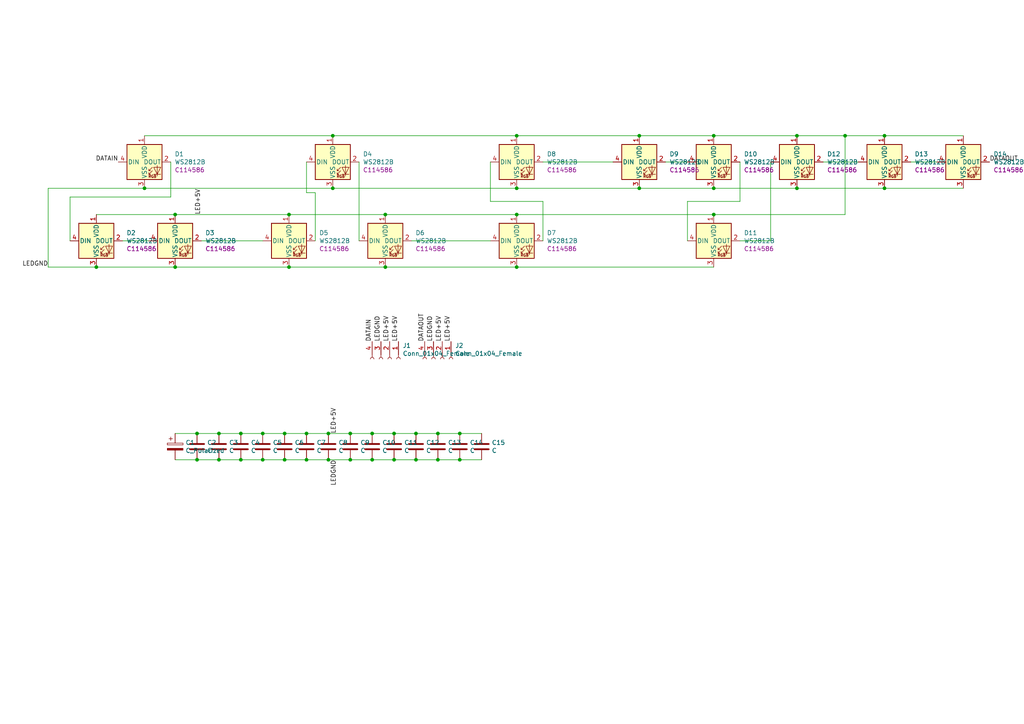
<source format=kicad_sch>
(kicad_sch (version 20211123) (generator eeschema)
  (paper "A4")
  (title_block (title "LEFT CIRCUIT BREAKER") (date "2023-02-10") (rev "3"))
  (lib_symbols
    (symbol "Connector:Conn_01x04_Female" (pin_names (offset 1.016) hide)
      (property "Reference" "J" (at 0 5.08 0))
      (property "Value" "Conn_01x04_Female" (at 0 -7.62 0))
      (symbol "Conn_01x04_Female_1_1"
        (arc (start 0 -4.572) (mid -0.508 -5.08) (end 0 -5.588) (stroke (width 0.1524)))
        (arc (start 0 -2.032) (mid -0.508 -2.54) (end 0 -3.048) (stroke (width 0.1524)))
        (polyline (pts (xy -1.27 -5.08) (xy -0.508 -5.08)) (stroke (width 0.1524)))
        (polyline (pts (xy -1.27 -2.54) (xy -0.508 -2.54)) (stroke (width 0.1524)))
        (polyline (pts (xy -1.27 0) (xy -0.508 0)) (stroke (width 0.1524)))
        (polyline (pts (xy -1.27 2.54) (xy -0.508 2.54)) (stroke (width 0.1524)))
        (arc (start 0 0.508) (mid -0.508 0) (end 0 -0.508) (stroke (width 0.1524)))
        (arc (start 0 3.048) (mid -0.508 2.54) (end 0 2.032) (stroke (width 0.1524)))
        (pin passive line (at -5.08 2.54 0) (length 3.81) (name "Pin_1") (number "1"))
        (pin passive line (at -5.08 0 0) (length 3.81) (name "Pin_2") (number "2"))
        (pin passive line (at -5.08 -2.54 0) (length 3.81) (name "Pin_3") (number "3"))
        (pin passive line (at -5.08 -5.08 0) (length 3.81) (name "Pin_4") (number "4"))
      )
    )
    (symbol "Device:C" (pin_numbers hide) (pin_names (offset 0.254))
      (property "Reference" "C" (at 0.635 2.54 0))
      (property "Value" "C" (at 0.635 -2.54 0))
      (symbol "C_0_1"
        (polyline (pts (xy -2.032 -0.762) (xy 2.032 -0.762)) (stroke (width 0.508)))
        (polyline (pts (xy -2.032 0.762) (xy 2.032 0.762)) (stroke (width 0.508)))
      )
      (symbol "C_1_1"
        (pin passive line (at 0 3.81 270) (length 2.794) (name "~") (number "1"))
        (pin passive line (at 0 -3.81 90) (length 2.794) (name "~") (number "2"))
      )
    )
    (symbol "Device:C_Polarized" (pin_numbers hide) (pin_names (offset 0.254))
      (property "Reference" "C" (at 0.635 2.54 0))
      (property "Value" "C_Polarized" (at 0.635 -2.54 0))
      (symbol "C_Polarized_0_1"
        (rectangle (start -2.286 0.508) (end 2.286 1.016))
        (polyline (pts (xy -1.778 2.286) (xy -0.762 2.286)))
        (polyline (pts (xy -1.27 2.794) (xy -1.27 1.778)))
        (rectangle (start 2.286 -0.508) (end -2.286 -1.016) (fill (type outline)))
      )
      (symbol "C_Polarized_1_1"
        (pin passive line (at 0 3.81 270) (length 2.794) (name "~") (number "1"))
        (pin passive line (at 0 -3.81 90) (length 2.794) (name "~") (number "2"))
      )
    )
    (symbol "LED:WS2812B" (pin_names (offset 0.254))
      (property "Reference" "D" (at 5.08 5.715 0))
      (property "Value" "WS2812B" (at 1.27 -5.715 0))
      (symbol "WS2812B_0_0"
        (text "RGB" (at 2.286 -4.191 0) (effects (font (size 0.762 0.762))))
      )
      (symbol "WS2812B_0_1"
        (polyline (pts (xy 1.27 -3.556) (xy 1.778 -3.556)))
        (polyline (pts (xy 1.27 -2.54) (xy 1.778 -2.54)))
        (polyline (pts (xy 4.699 -3.556) (xy 2.667 -3.556)))
        (polyline (pts (xy 2.286 -2.54) (xy 1.27 -3.556) (xy 1.27 -3.048)))
        (polyline (pts (xy 2.286 -1.524) (xy 1.27 -2.54) (xy 1.27 -2.032)))
        (polyline (pts (xy 3.683 -1.016) (xy 3.683 -3.556) (xy 3.683 -4.064)))
        (polyline (pts (xy 4.699 -1.524) (xy 2.667 -1.524) (xy 3.683 -3.556) (xy 4.699 -1.524)))
        (rectangle (start 5.08 5.08) (end -5.08 -5.08) (stroke (width 0.254)) (fill (type background)))
      )
      (symbol "WS2812B_1_1"
        (pin power_in line (at 0 7.62 270) (length 2.54) (name "VDD") (number "1"))
        (pin output line (at 7.62 0 180) (length 2.54) (name "DOUT") (number "2"))
        (pin power_in line (at 0 -7.62 90) (length 2.54) (name "VSS") (number "3"))
        (pin input line (at -7.62 0 0) (length 2.54) (name "DIN") (number "4"))
      )
    )
  )
  (junction (at 107.95 125.73))
  (junction (at 76.2 125.73))
  (junction (at 88.9 125.73))
  (junction (at 111.76 62.23))
  (junction (at 207.01 62.23))
  (junction (at 120.65 125.73))
  (junction (at 185.42 54.61))
  (junction (at 57.15 125.73))
  (junction (at 120.65 133.35))
  (junction (at 63.5 125.73))
  (junction (at 111.76 77.47))
  (junction (at 114.3 125.73))
  (junction (at 50.8 77.47))
  (junction (at 185.42 39.37))
  (junction (at 95.25 125.73))
  (junction (at 133.35 125.73))
  (junction (at 69.85 125.73))
  (junction (at 96.52 54.61))
  (junction (at 256.54 54.61))
  (junction (at 207.01 54.61))
  (junction (at 95.25 133.35))
  (junction (at 27.94 77.47))
  (junction (at 256.54 39.37))
  (junction (at 88.9 133.35))
  (junction (at 207.01 39.37))
  (junction (at 96.52 39.37))
  (junction (at 57.15 133.35))
  (junction (at 231.14 54.61))
  (junction (at 133.35 133.35))
  (junction (at 127 133.35))
  (junction (at 149.86 54.61))
  (junction (at 82.55 133.35))
  (junction (at 149.86 62.23))
  (junction (at 83.82 62.23))
  (junction (at 245.11 39.37))
  (junction (at 114.3 133.35))
  (junction (at 76.2 133.35))
  (junction (at 69.85 133.35))
  (junction (at 83.82 77.47))
  (junction (at 82.55 125.73))
  (junction (at 101.6 125.73))
  (junction (at 149.86 39.37))
  (junction (at 50.8 62.23))
  (junction (at 127 125.73))
  (junction (at 101.6 133.35))
  (junction (at 63.5 133.35))
  (junction (at 41.91 54.61))
  (junction (at 149.86 77.47))
  (junction (at 107.95 133.35))
  (junction (at 231.14 39.37))
  (wire (pts (xy 82.55 125.73) (xy 76.2 125.73)))
  (wire (pts (xy 271.78 46.99) (xy 264.16 46.99)))
  (wire (pts (xy 58.42 69.85) (xy 76.2 69.85)))
  (wire (pts (xy 142.24 58.42) (xy 142.24 46.99)))
  (wire (pts (xy 35.56 69.85) (xy 43.18 69.85)))
  (wire (pts (xy 49.53 46.99) (xy 49.53 57.15)))
  (wire (pts (xy 185.42 54.61) (xy 207.01 54.61)))
  (wire (pts (xy 41.91 54.61) (xy 96.52 54.61)))
  (wire (pts (xy 149.86 54.61) (xy 185.42 54.61)))
  (wire (pts (xy 114.3 125.73) (xy 107.95 125.73)))
  (wire (pts (xy 88.9 125.73) (xy 82.55 125.73)))
  (wire (pts (xy 157.48 58.42) (xy 142.24 58.42)))
  (wire (pts (xy 256.54 54.61) (xy 231.14 54.61)))
  (wire (pts (xy 69.85 125.73) (xy 63.5 125.73)))
  (wire (pts (xy 95.25 133.35) (xy 88.9 133.35)))
  (wire (pts (xy 149.86 39.37) (xy 185.42 39.37)))
  (wire (pts (xy 231.14 39.37) (xy 245.11 39.37)))
  (wire (pts (xy 199.39 58.42) (xy 199.39 69.85)))
  (wire (pts (xy 185.42 39.37) (xy 207.01 39.37)))
  (wire (pts (xy 193.04 46.99) (xy 199.39 46.99)))
  (wire (pts (xy 256.54 39.37) (xy 245.11 39.37)))
  (wire (pts (xy 120.65 133.35) (xy 114.3 133.35)))
  (wire (pts (xy 107.95 125.73) (xy 101.6 125.73)))
  (wire (pts (xy 279.4 39.37) (xy 256.54 39.37)))
  (wire (pts (xy 139.7 125.73) (xy 133.35 125.73)))
  (wire (pts (xy 96.52 39.37) (xy 149.86 39.37)))
  (wire (pts (xy 76.2 125.73) (xy 69.85 125.73)))
  (wire (pts (xy 127 125.73) (xy 120.65 125.73)))
  (wire (pts (xy 76.2 133.35) (xy 69.85 133.35)))
  (wire (pts (xy 96.52 54.61) (xy 149.86 54.61)))
  (wire (pts (xy 104.14 46.99) (xy 104.14 69.85)))
  (wire (pts (xy 27.94 62.23) (xy 50.8 62.23)))
  (wire (pts (xy 214.63 46.99) (xy 214.63 58.42)))
  (wire (pts (xy 91.44 55.88) (xy 88.9 55.88)))
  (wire (pts (xy 157.48 46.99) (xy 177.8 46.99)))
  (wire (pts (xy 207.01 54.61) (xy 231.14 54.61)))
  (wire (pts (xy 248.92 46.99) (xy 238.76 46.99)))
  (wire (pts (xy 214.63 58.42) (xy 199.39 58.42)))
  (wire (pts (xy 245.11 39.37) (xy 245.11 62.23)))
  (wire (pts (xy 50.8 77.47) (xy 27.94 77.47)))
  (wire (pts (xy 20.32 57.15) (xy 49.53 57.15)))
  (wire (pts (xy 83.82 62.23) (xy 111.76 62.23)))
  (wire (pts (xy 82.55 133.35) (xy 76.2 133.35)))
  (wire (pts (xy 223.52 69.85) (xy 223.52 46.99)))
  (wire (pts (xy 41.91 39.37) (xy 96.52 39.37)))
  (wire (pts (xy 279.4 54.61) (xy 256.54 54.61)))
  (wire (pts (xy 133.35 125.73) (xy 127 125.73)))
  (wire (pts (xy 50.8 133.35) (xy 57.15 133.35)))
  (wire (pts (xy 157.48 69.85) (xy 157.48 58.42)))
  (wire (pts (xy 88.9 133.35) (xy 82.55 133.35)))
  (wire (pts (xy 13.97 77.47) (xy 13.97 54.61)))
  (wire (pts (xy 139.7 133.35) (xy 133.35 133.35)))
  (wire (pts (xy 101.6 133.35) (xy 95.25 133.35)))
  (wire (pts (xy 50.8 62.23) (xy 83.82 62.23)))
  (wire (pts (xy 13.97 54.61) (xy 41.91 54.61)))
  (wire (pts (xy 120.65 125.73) (xy 114.3 125.73)))
  (wire (pts (xy 114.3 133.35) (xy 107.95 133.35)))
  (wire (pts (xy 119.38 69.85) (xy 142.24 69.85)))
  (wire (pts (xy 133.35 133.35) (xy 127 133.35)))
  (wire (pts (xy 207.01 62.23) (xy 245.11 62.23)))
  (wire (pts (xy 95.25 125.73) (xy 88.9 125.73)))
  (wire (pts (xy 88.9 55.88) (xy 88.9 46.99)))
  (wire (pts (xy 127 133.35) (xy 120.65 133.35)))
  (wire (pts (xy 111.76 77.47) (xy 83.82 77.47)))
  (wire (pts (xy 20.32 57.15) (xy 20.32 69.85)))
  (wire (pts (xy 63.5 133.35) (xy 57.15 133.35)))
  (wire (pts (xy 101.6 125.73) (xy 95.25 125.73)))
  (wire (pts (xy 149.86 62.23) (xy 207.01 62.23)))
  (wire (pts (xy 207.01 39.37) (xy 231.14 39.37)))
  (wire (pts (xy 63.5 125.73) (xy 57.15 125.73)))
  (wire (pts (xy 91.44 69.85) (xy 91.44 55.88)))
  (wire (pts (xy 107.95 133.35) (xy 101.6 133.35)))
  (wire (pts (xy 207.01 77.47) (xy 149.86 77.47)))
  (wire (pts (xy 83.82 77.47) (xy 50.8 77.47)))
  (wire (pts (xy 27.94 77.47) (xy 13.97 77.47)))
  (wire (pts (xy 214.63 69.85) (xy 223.52 69.85)))
  (wire (pts (xy 111.76 77.47) (xy 149.86 77.47)))
  (wire (pts (xy 50.8 125.73) (xy 57.15 125.73)))
  (wire (pts (xy 111.76 62.23) (xy 149.86 62.23)))
  (wire (pts (xy 69.85 133.35) (xy 63.5 133.35)))
  (label "LEDGND" (at 13.97 77.47 180))
  (label "LED+5V" (at 113.03 99.06 90))
  (label "DATAIN" (at 107.95 99.06 90))
  (label "DATAIN" (at 34.29 46.99 180))
  (label "LED+5V" (at 128.27 99.06 90))
  (label "DATAOUT" (at 123.19 99.06 90))
  (label "LEDGND" (at 97.79 133.35 270))
  (label "LEDGND" (at 125.73 99.06 90))
  (label "LED+5V" (at 115.57 99.06 90))
  (label "LED+5V" (at 97.79 125.73 90))
  (label "LEDGND" (at 110.49 99.06 90))
  (label "LED+5V" (at 130.81 99.06 90))
  (label "DATAOUT" (at 287.02 46.99 0))
  (label "LED+5V" (at 58.42 62.23 90))
  (symbol (lib_id "LED:WS2812B") (at 41.91 46.99 0) (unit 1)
    (property "Reference" "D1" (at 50.6476 44.6786 0) (effects (justify left)))
    (property "Value" "WS2812B" (at 50.6476 46.99 0) (effects (justify left)))
    (property "Footprint" "LED_SMD:LED_WS2812B_PLCC4_5.0x5.0mm_P3.2mm" (effects hide))
    (property "Datasheet" "https://cdn-shop.adafruit.com/datasheets/WS2812B.pdf" (effects hide))
    (property "LCSC Part Number" "C114586" (at 50.6476 49.3014 0) (effects (justify left)))
  )
  (symbol (lib_id "LED:WS2812B") (at 27.94 69.85 0) (unit 1)
    (property "Reference" "D2" (at 36.6776 67.5386 0) (effects (justify left)))
    (property "Value" "WS2812B" (at 36.6776 69.85 0) (effects (justify left)))
    (property "Footprint" "LED_SMD:LED_WS2812B_PLCC4_5.0x5.0mm_P3.2mm" (effects hide))
    (property "Datasheet" "https://cdn-shop.adafruit.com/datasheets/WS2812B.pdf" (effects hide))
    (property "LCSC Part Number" "C114586" (at 36.6776 72.1614 0) (effects (justify left)))
  )
  (symbol (lib_id "LED:WS2812B") (at 50.8 69.85 0) (unit 1)
    (property "Reference" "D3" (at 59.5376 67.5386 0) (effects (justify left)))
    (property "Value" "WS2812B" (at 59.5376 69.85 0) (effects (justify left)))
    (property "Footprint" "LED_SMD:LED_WS2812B_PLCC4_5.0x5.0mm_P3.2mm" (effects hide))
    (property "Datasheet" "https://cdn-shop.adafruit.com/datasheets/WS2812B.pdf" (effects hide))
    (property "LCSC Part Number" "C114586" (at 59.5376 72.1614 0) (effects (justify left)))
  )
  (symbol (lib_id "LED:WS2812B") (at 96.52 46.99 0) (unit 1)
    (property "Reference" "D4" (at 105.2576 44.6786 0) (effects (justify left)))
    (property "Value" "WS2812B" (at 105.2576 46.99 0) (effects (justify left)))
    (property "Footprint" "LED_SMD:LED_WS2812B_PLCC4_5.0x5.0mm_P3.2mm" (effects hide))
    (property "Datasheet" "https://cdn-shop.adafruit.com/datasheets/WS2812B.pdf" (effects hide))
    (property "LCSC Part Number" "C114586" (at 105.2576 49.3014 0) (effects (justify left)))
  )
  (symbol (lib_id "LED:WS2812B") (at 83.82 69.85 0) (unit 1)
    (property "Reference" "D5" (at 92.5576 67.5386 0) (effects (justify left)))
    (property "Value" "WS2812B" (at 92.5576 69.85 0) (effects (justify left)))
    (property "Footprint" "LED_SMD:LED_WS2812B_PLCC4_5.0x5.0mm_P3.2mm" (effects hide))
    (property "Datasheet" "https://cdn-shop.adafruit.com/datasheets/WS2812B.pdf" (effects hide))
    (property "LCSC Part Number" "C114586" (at 92.5576 72.1614 0) (effects (justify left)))
  )
  (symbol (lib_id "LED:WS2812B") (at 111.76 69.85 0) (unit 1)
    (property "Reference" "D6" (at 120.4976 67.5386 0) (effects (justify left)))
    (property "Value" "WS2812B" (at 120.4976 69.85 0) (effects (justify left)))
    (property "Footprint" "LED_SMD:LED_WS2812B_PLCC4_5.0x5.0mm_P3.2mm" (effects hide))
    (property "Datasheet" "https://cdn-shop.adafruit.com/datasheets/WS2812B.pdf" (effects hide))
    (property "LCSC Part Number" "C114586" (at 120.4976 72.1614 0) (effects (justify left)))
  )
  (symbol (lib_id "LED:WS2812B") (at 149.86 46.99 0) (unit 1)
    (property "Reference" "D8" (at 158.5976 44.6786 0) (effects (justify left)))
    (property "Value" "WS2812B" (at 158.5976 46.99 0) (effects (justify left)))
    (property "Footprint" "LED_SMD:LED_WS2812B_PLCC4_5.0x5.0mm_P3.2mm" (effects hide))
    (property "Datasheet" "https://cdn-shop.adafruit.com/datasheets/WS2812B.pdf" (effects hide))
    (property "LCSC Part Number" "C114586" (at 158.5976 49.3014 0) (effects (justify left)))
  )
  (symbol (lib_id "LED:WS2812B") (at 149.86 69.85 0) (unit 1)
    (property "Reference" "D7" (at 158.5976 67.5386 0) (effects (justify left)))
    (property "Value" "WS2812B" (at 158.5976 69.85 0) (effects (justify left)))
    (property "Footprint" "LED_SMD:LED_WS2812B_PLCC4_5.0x5.0mm_P3.2mm" (effects hide))
    (property "Datasheet" "https://cdn-shop.adafruit.com/datasheets/WS2812B.pdf" (effects hide))
    (property "LCSC Part Number" "C114586" (at 158.5976 72.1614 0) (effects (justify left)))
  )
  (symbol (lib_id "LED:WS2812B") (at 185.42 46.99 0) (unit 1)
    (property "Reference" "D9" (at 194.1576 44.6786 0) (effects (justify left)))
    (property "Value" "WS2812B" (at 194.1576 46.99 0) (effects (justify left)))
    (property "Footprint" "LED_SMD:LED_WS2812B_PLCC4_5.0x5.0mm_P3.2mm" (effects hide))
    (property "Datasheet" "https://cdn-shop.adafruit.com/datasheets/WS2812B.pdf" (effects hide))
    (property "LCSC Part Number" "C114586" (at 194.1576 49.3014 0) (effects (justify left)))
  )
  (symbol (lib_id "LED:WS2812B") (at 207.01 46.99 0) (unit 1)
    (property "Reference" "D10" (at 215.7476 44.6786 0) (effects (justify left)))
    (property "Value" "WS2812B" (at 215.7476 46.99 0) (effects (justify left)))
    (property "Footprint" "LED_SMD:LED_WS2812B_PLCC4_5.0x5.0mm_P3.2mm" (effects hide))
    (property "Datasheet" "https://cdn-shop.adafruit.com/datasheets/WS2812B.pdf" (effects hide))
    (property "LCSC Part Number" "C114586" (at 215.7476 49.3014 0) (effects (justify left)))
  )
  (symbol (lib_id "LED:WS2812B") (at 231.14 46.99 0) (unit 1)
    (property "Reference" "D12" (at 239.8776 44.6786 0) (effects (justify left)))
    (property "Value" "WS2812B" (at 239.8776 46.99 0) (effects (justify left)))
    (property "Footprint" "LED_SMD:LED_WS2812B_PLCC4_5.0x5.0mm_P3.2mm" (effects hide))
    (property "Datasheet" "https://cdn-shop.adafruit.com/datasheets/WS2812B.pdf" (effects hide))
    (property "LCSC Part Number" "C114586" (at 239.8776 49.3014 0) (effects (justify left)))
  )
  (symbol (lib_id "LED:WS2812B") (at 207.01 69.85 0) (unit 1)
    (property "Reference" "D11" (at 215.7476 67.5386 0) (effects (justify left)))
    (property "Value" "WS2812B" (at 215.7476 69.85 0) (effects (justify left)))
    (property "Footprint" "LED_SMD:LED_WS2812B_PLCC4_5.0x5.0mm_P3.2mm" (effects hide))
    (property "Datasheet" "https://cdn-shop.adafruit.com/datasheets/WS2812B.pdf" (effects hide))
    (property "LCSC Part Number" "C114586" (at 215.7476 72.1614 0) (effects (justify left)))
  )
  (symbol (lib_id "Device:C_Polarized") (at 50.8 129.54 0) (unit 1)
    (property "Reference" "C1" (at 53.7972 128.3716 0) (effects (justify left)))
    (property "Value" "C_Polarized" (at 53.7972 130.683 0) (effects (justify left)))
    (property "Footprint" "Capacitor_SMD:CP_Elec_8x10" (effects hide))
  )
  (symbol (lib_id "Connector:Conn_01x04_Female") (at 128.27 104.14 270) (unit 1)
    (property "Reference" "J2" (at 132.0292 100.2284 90) (effects (justify left)))
    (property "Value" "Conn_01x04_Female" (at 132.0292 102.5398 90) (effects (justify left)))
    (property "Footprint" "Connector_Molex:Molex_Mini-Fit_Jr_5566-04A_2x02_P4.20mm_Vertical" (effects hide))
  )
  (symbol (lib_id "Connector:Conn_01x04_Female") (at 113.03 104.14 270) (unit 1)
    (property "Reference" "J1" (at 116.7892 100.2284 90) (effects (justify left)))
    (property "Value" "Conn_01x04_Female" (at 116.7892 102.5398 90) (effects (justify left)))
    (property "Footprint" "Connector_Molex:Molex_Mini-Fit_Jr_5566-04A_2x02_P4.20mm_Vertical" (effects hide))
  )
  (symbol (lib_id "LED:WS2812B") (at 256.54 46.99 0) (unit 1)
    (property "Reference" "D13" (at 265.2776 44.6786 0) (effects (justify left)))
    (property "Value" "WS2812B" (at 265.2776 46.99 0) (effects (justify left)))
    (property "Footprint" "LED_SMD:LED_WS2812B_PLCC4_5.0x5.0mm_P3.2mm" (effects hide))
    (property "Datasheet" "https://cdn-shop.adafruit.com/datasheets/WS2812B.pdf" (effects hide))
    (property "LCSC Part Number" "C114586" (at 265.2776 49.3014 0) (effects (justify left)))
  )
  (symbol (lib_id "LED:WS2812B") (at 279.4 46.99 0) (unit 1)
    (property "Reference" "D14" (at 288.1376 44.6786 0) (effects (justify left)))
    (property "Value" "WS2812B" (at 288.1376 46.99 0) (effects (justify left)))
    (property "Footprint" "LED_SMD:LED_WS2812B_PLCC4_5.0x5.0mm_P3.2mm" (effects hide))
    (property "Datasheet" "https://cdn-shop.adafruit.com/datasheets/WS2812B.pdf" (effects hide))
    (property "LCSC Part Number" "C114586" (at 288.1376 49.3014 0) (effects (justify left)))
  )
  (symbol (lib_id "Device:C") (at 57.15 129.54 0) (unit 1)
    (property "Reference" "C2" (at 60.071 128.3716 0) (effects (justify left)))
    (property "Value" "C" (at 60.071 130.683 0) (effects (justify left)))
    (property "Footprint" "Capacitor_SMD:C_0603_1608Metric" (effects hide))
  )
  (symbol (lib_id "Device:C") (at 63.5 129.54 0) (unit 1)
    (property "Reference" "C3" (at 66.421 128.3716 0) (effects (justify left)))
    (property "Value" "C" (at 66.421 130.683 0) (effects (justify left)))
    (property "Footprint" "Capacitor_SMD:C_0603_1608Metric" (effects hide))
  )
  (symbol (lib_id "Device:C") (at 69.85 129.54 0) (unit 1)
    (property "Reference" "C4" (at 72.771 128.3716 0) (effects (justify left)))
    (property "Value" "C" (at 72.771 130.683 0) (effects (justify left)))
    (property "Footprint" "Capacitor_SMD:C_0603_1608Metric" (effects hide))
  )
  (symbol (lib_id "Device:C") (at 76.2 129.54 0) (unit 1)
    (property "Reference" "C5" (at 79.121 128.3716 0) (effects (justify left)))
    (property "Value" "C" (at 79.121 130.683 0) (effects (justify left)))
    (property "Footprint" "Capacitor_SMD:C_0603_1608Metric" (effects hide))
  )
  (symbol (lib_id "Device:C") (at 82.55 129.54 0) (unit 1)
    (property "Reference" "C6" (at 85.471 128.3716 0) (effects (justify left)))
    (property "Value" "C" (at 85.471 130.683 0) (effects (justify left)))
    (property "Footprint" "Capacitor_SMD:C_0603_1608Metric" (effects hide))
  )
  (symbol (lib_id "Device:C") (at 88.9 129.54 0) (unit 1)
    (property "Reference" "C7" (at 91.821 128.3716 0) (effects (justify left)))
    (property "Value" "C" (at 91.821 130.683 0) (effects (justify left)))
    (property "Footprint" "Capacitor_SMD:C_0603_1608Metric" (effects hide))
  )
  (symbol (lib_id "Device:C") (at 95.25 129.54 0) (unit 1)
    (property "Reference" "C8" (at 98.171 128.3716 0) (effects (justify left)))
    (property "Value" "C" (at 98.171 130.683 0) (effects (justify left)))
    (property "Footprint" "Capacitor_SMD:C_0603_1608Metric" (effects hide))
  )
  (symbol (lib_id "Device:C") (at 101.6 129.54 0) (unit 1)
    (property "Reference" "C9" (at 104.521 128.3716 0) (effects (justify left)))
    (property "Value" "C" (at 104.521 130.683 0) (effects (justify left)))
    (property "Footprint" "Capacitor_SMD:C_0603_1608Metric" (effects hide))
  )
  (symbol (lib_id "Device:C") (at 107.95 129.54 0) (unit 1)
    (property "Reference" "C10" (at 110.871 128.3716 0) (effects (justify left)))
    (property "Value" "C" (at 110.871 130.683 0) (effects (justify left)))
    (property "Footprint" "Capacitor_SMD:C_0603_1608Metric" (effects hide))
  )
  (symbol (lib_id "Device:C") (at 114.3 129.54 0) (unit 1)
    (property "Reference" "C11" (at 117.221 128.3716 0) (effects (justify left)))
    (property "Value" "C" (at 117.221 130.683 0) (effects (justify left)))
    (property "Footprint" "Capacitor_SMD:C_0603_1608Metric" (effects hide))
  )
  (symbol (lib_id "Device:C") (at 120.65 129.54 0) (unit 1)
    (property "Reference" "C12" (at 123.571 128.3716 0) (effects (justify left)))
    (property "Value" "C" (at 123.571 130.683 0) (effects (justify left)))
    (property "Footprint" "Capacitor_SMD:C_0603_1608Metric" (effects hide))
  )
  (symbol (lib_id "Device:C") (at 127 129.54 0) (unit 1)
    (property "Reference" "C13" (at 129.921 128.3716 0) (effects (justify left)))
    (property "Value" "C" (at 129.921 130.683 0) (effects (justify left)))
    (property "Footprint" "Capacitor_SMD:C_0603_1608Metric" (effects hide))
  )
  (symbol (lib_id "Device:C") (at 133.35 129.54 0) (unit 1)
    (property "Reference" "C14" (at 136.271 128.3716 0) (effects (justify left)))
    (property "Value" "C" (at 136.271 130.683 0) (effects (justify left)))
    (property "Footprint" "Capacitor_SMD:C_0603_1608Metric" (effects hide))
  )
  (symbol (lib_id "Device:C") (at 139.7 129.54 0) (unit 1)
    (property "Reference" "C15" (at 142.621 128.3716 0) (effects (justify left)))
    (property "Value" "C" (at 142.621 130.683 0) (effects (justify left)))
    (property "Footprint" "Capacitor_SMD:C_0603_1608Metric" (effects hide))
  )
)
</source>
